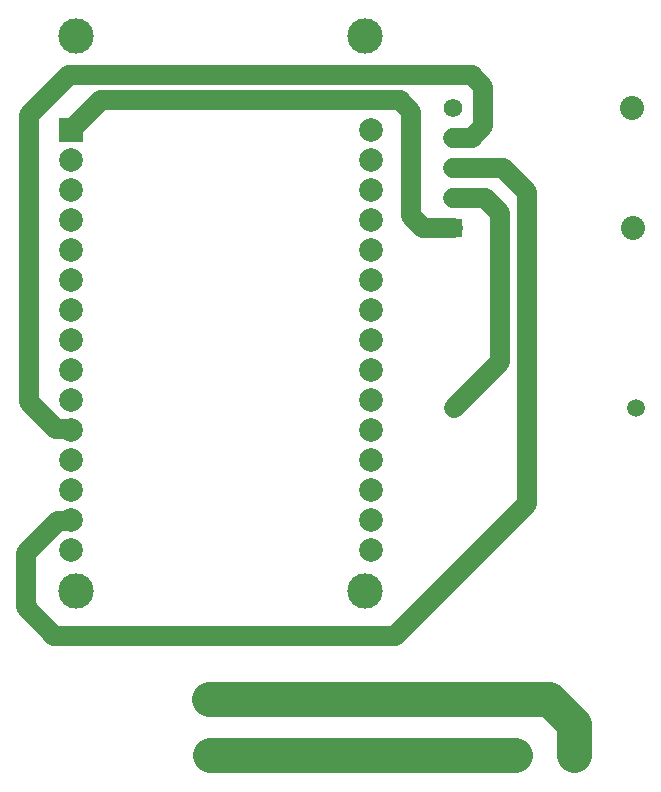
<source format=gbr>
%TF.GenerationSoftware,Altium Limited,Altium Designer,22.1.2 (22)*%
G04 Layer_Physical_Order=1*
G04 Layer_Color=255*
%FSLAX26Y26*%
%MOIN*%
%TF.SameCoordinates,3D441875-7E2E-40EE-9B33-20ED1D9A15A1*%
%TF.FilePolarity,Positive*%
%TF.FileFunction,Copper,L1,Top,Signal*%
%TF.Part,Single*%
G01*
G75*
%TA.AperFunction,Conductor*%
%ADD10C,0.066929*%
%ADD11C,0.118110*%
%TA.AperFunction,ComponentPad*%
%ADD12C,0.118110*%
%ADD13C,0.078740*%
%ADD14R,0.078740X0.078740*%
%ADD15C,0.080000*%
%ADD16R,0.062000X0.062000*%
%ADD17C,0.062000*%
%ADD18R,0.059370X0.059370*%
%ADD19C,0.059370*%
%ADD20R,0.064961X0.064961*%
%ADD21C,0.064961*%
D10*
X2615000Y3419206D02*
Y3550794D01*
X1100000Y3455000D02*
X1235000Y3590000D01*
X2575794D01*
X2615000Y3550794D01*
X2335794Y3505000D02*
X2375000Y3465794D01*
Y3119206D02*
Y3465794D01*
X1339173Y3505000D02*
X2335794D01*
X1240000Y3405827D02*
X1339173Y3505000D01*
X2414206Y3080000D02*
X2515000D01*
X2375000Y3119206D02*
X2414206Y3080000D01*
X2515000Y3380000D02*
X2575794D01*
X2615000Y3419206D01*
X1237740Y2408087D02*
X1240000Y2405827D01*
X1100000Y2500000D02*
X1191913Y2408087D01*
X1100000Y2500000D02*
Y3455000D01*
X1191913Y2408087D02*
X1237740D01*
X1090000Y1815000D02*
Y1995000D01*
X1185000Y1720000D02*
X2320000D01*
X1090000Y1815000D02*
X1185000Y1720000D01*
X1090000Y1995000D02*
X1198567Y2103567D01*
X1237740D02*
X1240000Y2105827D01*
X1198567Y2103567D02*
X1237740D01*
X2320000Y1720000D02*
X2760742Y2160742D01*
Y3199258D01*
X2680000Y3280000D02*
X2760742Y3199258D01*
X2515000Y3280000D02*
X2680000D01*
X2670000Y2631890D02*
Y3130000D01*
X2516850Y2478740D02*
X2670000Y2631890D01*
X2620000Y3180000D02*
X2670000Y3130000D01*
X2515000Y3180000D02*
X2620000D01*
D11*
X1703740Y1321260D02*
X2721575D01*
X2835000Y1510000D02*
X2918425Y1426575D01*
Y1321260D02*
Y1426575D01*
X1700000Y1510000D02*
X2835000D01*
D12*
X1256535Y3719213D02*
D03*
X2221496D02*
D03*
Y1870787D02*
D03*
X1256535D02*
D03*
D13*
X2240000Y2005827D02*
D03*
Y2105827D02*
D03*
Y2205827D02*
D03*
Y2305827D02*
D03*
Y2405827D02*
D03*
Y2505827D02*
D03*
Y2605827D02*
D03*
Y2705827D02*
D03*
Y2805827D02*
D03*
Y2905827D02*
D03*
Y3005827D02*
D03*
Y3105827D02*
D03*
Y3205827D02*
D03*
Y3305827D02*
D03*
Y3405827D02*
D03*
X1240000Y2005827D02*
D03*
Y2105827D02*
D03*
Y2205827D02*
D03*
Y2305827D02*
D03*
Y2405827D02*
D03*
Y2505827D02*
D03*
Y2605827D02*
D03*
Y2705827D02*
D03*
Y2805827D02*
D03*
Y2905827D02*
D03*
Y3005827D02*
D03*
Y3105827D02*
D03*
Y3205827D02*
D03*
Y3305827D02*
D03*
D14*
Y3405827D02*
D03*
D15*
X3110000Y3480000D02*
D03*
X3115000Y3080000D02*
D03*
D16*
X2515000D02*
D03*
D17*
Y3180000D02*
D03*
Y3280000D02*
D03*
Y3380000D02*
D03*
Y3480000D02*
D03*
D18*
X2721575Y1321260D02*
D03*
D19*
X2918425D02*
D03*
X2516850Y2478740D02*
D03*
X3123150D02*
D03*
D20*
X1700000Y1325000D02*
D03*
D21*
Y1525000D02*
D03*
%TF.MD5,a8fccb630d97a020fb451933d96c435d*%
M02*

</source>
